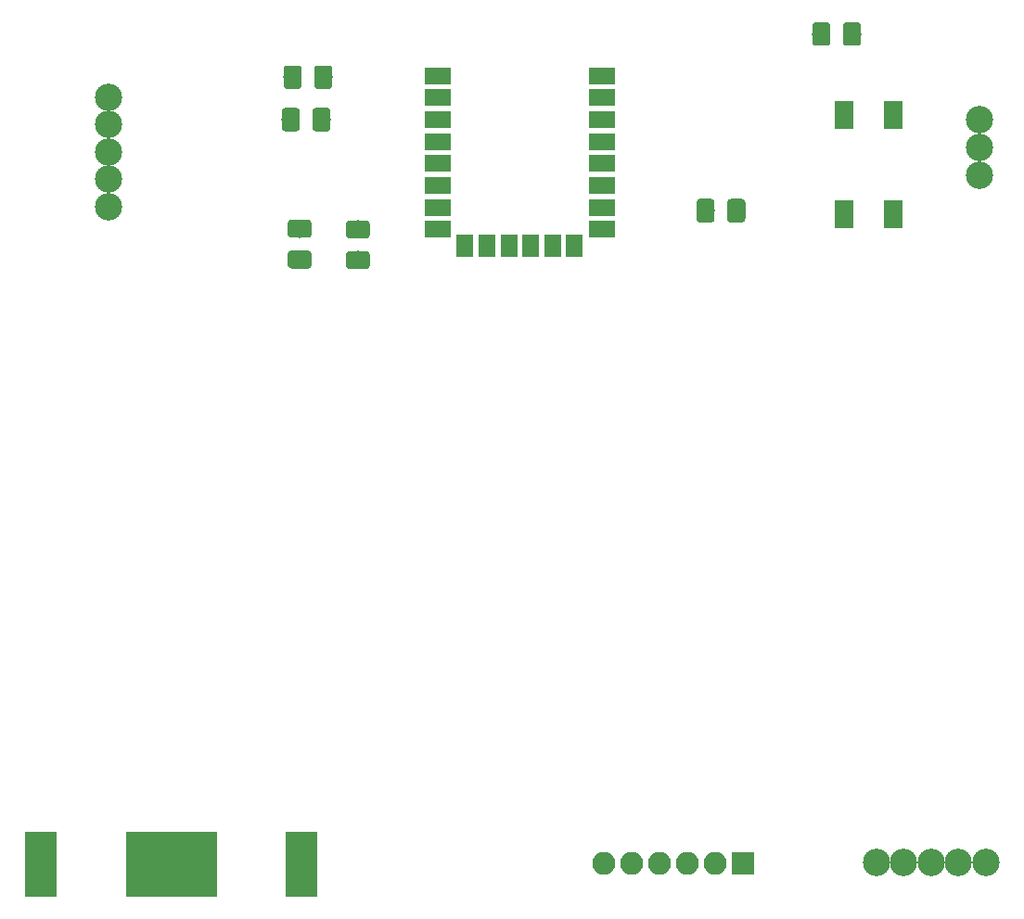
<source format=gbr>
G04 #@! TF.GenerationSoftware,KiCad,Pcbnew,(5.1.2)-1*
G04 #@! TF.CreationDate,2019-07-17T08:56:34-05:00*
G04 #@! TF.ProjectId,8266-dev,38323636-2d64-4657-962e-6b696361645f,rev?*
G04 #@! TF.SameCoordinates,Original*
G04 #@! TF.FileFunction,Soldermask,Top*
G04 #@! TF.FilePolarity,Negative*
%FSLAX46Y46*%
G04 Gerber Fmt 4.6, Leading zero omitted, Abs format (unit mm)*
G04 Created by KiCad (PCBNEW (5.1.2)-1) date 2019-07-17 08:56:34*
%MOMM*%
%LPD*%
G04 APERTURE LIST*
%ADD10R,8.400000X5.960000*%
%ADD11R,3.000000X5.960000*%
%ADD12C,0.100000*%
%ADD13C,1.650000*%
%ADD14R,1.800000X2.500000*%
%ADD15R,2.400000X1.600000*%
%ADD16R,1.500000X2.100000*%
%ADD17C,2.500000*%
%ADD18R,2.100000X2.100000*%
%ADD19O,2.100000X2.100000*%
G04 APERTURE END LIST*
D10*
X101168200Y-127170180D03*
D11*
X113073200Y-127170180D03*
X89263200Y-127170180D03*
D12*
G36*
X113667646Y-68310309D02*
G01*
X113699680Y-68315061D01*
X113731094Y-68322930D01*
X113761586Y-68333840D01*
X113790861Y-68347686D01*
X113818638Y-68364335D01*
X113844650Y-68383627D01*
X113868645Y-68405375D01*
X113890393Y-68429370D01*
X113909685Y-68455382D01*
X113926334Y-68483159D01*
X113940180Y-68512434D01*
X113951090Y-68542926D01*
X113958959Y-68574340D01*
X113963711Y-68606374D01*
X113965300Y-68638720D01*
X113965300Y-69628720D01*
X113963711Y-69661066D01*
X113958959Y-69693100D01*
X113951090Y-69724514D01*
X113940180Y-69755006D01*
X113926334Y-69784281D01*
X113909685Y-69812058D01*
X113890393Y-69838070D01*
X113868645Y-69862065D01*
X113844650Y-69883813D01*
X113818638Y-69903105D01*
X113790861Y-69919754D01*
X113761586Y-69933600D01*
X113731094Y-69944510D01*
X113699680Y-69952379D01*
X113667646Y-69957131D01*
X113635300Y-69958720D01*
X112145300Y-69958720D01*
X112112954Y-69957131D01*
X112080920Y-69952379D01*
X112049506Y-69944510D01*
X112019014Y-69933600D01*
X111989739Y-69919754D01*
X111961962Y-69903105D01*
X111935950Y-69883813D01*
X111911955Y-69862065D01*
X111890207Y-69838070D01*
X111870915Y-69812058D01*
X111854266Y-69784281D01*
X111840420Y-69755006D01*
X111829510Y-69724514D01*
X111821641Y-69693100D01*
X111816889Y-69661066D01*
X111815300Y-69628720D01*
X111815300Y-68638720D01*
X111816889Y-68606374D01*
X111821641Y-68574340D01*
X111829510Y-68542926D01*
X111840420Y-68512434D01*
X111854266Y-68483159D01*
X111870915Y-68455382D01*
X111890207Y-68429370D01*
X111911955Y-68405375D01*
X111935950Y-68383627D01*
X111961962Y-68364335D01*
X111989739Y-68347686D01*
X112019014Y-68333840D01*
X112049506Y-68322930D01*
X112080920Y-68315061D01*
X112112954Y-68310309D01*
X112145300Y-68308720D01*
X113635300Y-68308720D01*
X113667646Y-68310309D01*
X113667646Y-68310309D01*
G37*
D13*
X112890300Y-69133720D03*
D12*
G36*
X113667646Y-71110309D02*
G01*
X113699680Y-71115061D01*
X113731094Y-71122930D01*
X113761586Y-71133840D01*
X113790861Y-71147686D01*
X113818638Y-71164335D01*
X113844650Y-71183627D01*
X113868645Y-71205375D01*
X113890393Y-71229370D01*
X113909685Y-71255382D01*
X113926334Y-71283159D01*
X113940180Y-71312434D01*
X113951090Y-71342926D01*
X113958959Y-71374340D01*
X113963711Y-71406374D01*
X113965300Y-71438720D01*
X113965300Y-72428720D01*
X113963711Y-72461066D01*
X113958959Y-72493100D01*
X113951090Y-72524514D01*
X113940180Y-72555006D01*
X113926334Y-72584281D01*
X113909685Y-72612058D01*
X113890393Y-72638070D01*
X113868645Y-72662065D01*
X113844650Y-72683813D01*
X113818638Y-72703105D01*
X113790861Y-72719754D01*
X113761586Y-72733600D01*
X113731094Y-72744510D01*
X113699680Y-72752379D01*
X113667646Y-72757131D01*
X113635300Y-72758720D01*
X112145300Y-72758720D01*
X112112954Y-72757131D01*
X112080920Y-72752379D01*
X112049506Y-72744510D01*
X112019014Y-72733600D01*
X111989739Y-72719754D01*
X111961962Y-72703105D01*
X111935950Y-72683813D01*
X111911955Y-72662065D01*
X111890207Y-72638070D01*
X111870915Y-72612058D01*
X111854266Y-72584281D01*
X111840420Y-72555006D01*
X111829510Y-72524514D01*
X111821641Y-72493100D01*
X111816889Y-72461066D01*
X111815300Y-72428720D01*
X111815300Y-71438720D01*
X111816889Y-71406374D01*
X111821641Y-71374340D01*
X111829510Y-71342926D01*
X111840420Y-71312434D01*
X111854266Y-71283159D01*
X111870915Y-71255382D01*
X111890207Y-71229370D01*
X111911955Y-71205375D01*
X111935950Y-71183627D01*
X111961962Y-71164335D01*
X111989739Y-71147686D01*
X112019014Y-71133840D01*
X112049506Y-71122930D01*
X112080920Y-71115061D01*
X112112954Y-71110309D01*
X112145300Y-71108720D01*
X113635300Y-71108720D01*
X113667646Y-71110309D01*
X113667646Y-71110309D01*
G37*
D13*
X112890300Y-71933720D03*
D12*
G36*
X115574106Y-54214769D02*
G01*
X115606140Y-54219521D01*
X115637554Y-54227390D01*
X115668046Y-54238300D01*
X115697321Y-54252146D01*
X115725098Y-54268795D01*
X115751110Y-54288087D01*
X115775105Y-54309835D01*
X115796853Y-54333830D01*
X115816145Y-54359842D01*
X115832794Y-54387619D01*
X115846640Y-54416894D01*
X115857550Y-54447386D01*
X115865419Y-54478800D01*
X115870171Y-54510834D01*
X115871760Y-54543180D01*
X115871760Y-56033180D01*
X115870171Y-56065526D01*
X115865419Y-56097560D01*
X115857550Y-56128974D01*
X115846640Y-56159466D01*
X115832794Y-56188741D01*
X115816145Y-56216518D01*
X115796853Y-56242530D01*
X115775105Y-56266525D01*
X115751110Y-56288273D01*
X115725098Y-56307565D01*
X115697321Y-56324214D01*
X115668046Y-56338060D01*
X115637554Y-56348970D01*
X115606140Y-56356839D01*
X115574106Y-56361591D01*
X115541760Y-56363180D01*
X114551760Y-56363180D01*
X114519414Y-56361591D01*
X114487380Y-56356839D01*
X114455966Y-56348970D01*
X114425474Y-56338060D01*
X114396199Y-56324214D01*
X114368422Y-56307565D01*
X114342410Y-56288273D01*
X114318415Y-56266525D01*
X114296667Y-56242530D01*
X114277375Y-56216518D01*
X114260726Y-56188741D01*
X114246880Y-56159466D01*
X114235970Y-56128974D01*
X114228101Y-56097560D01*
X114223349Y-56065526D01*
X114221760Y-56033180D01*
X114221760Y-54543180D01*
X114223349Y-54510834D01*
X114228101Y-54478800D01*
X114235970Y-54447386D01*
X114246880Y-54416894D01*
X114260726Y-54387619D01*
X114277375Y-54359842D01*
X114296667Y-54333830D01*
X114318415Y-54309835D01*
X114342410Y-54288087D01*
X114368422Y-54268795D01*
X114396199Y-54252146D01*
X114425474Y-54238300D01*
X114455966Y-54227390D01*
X114487380Y-54219521D01*
X114519414Y-54214769D01*
X114551760Y-54213180D01*
X115541760Y-54213180D01*
X115574106Y-54214769D01*
X115574106Y-54214769D01*
G37*
D13*
X115046760Y-55288180D03*
D12*
G36*
X112774106Y-54214769D02*
G01*
X112806140Y-54219521D01*
X112837554Y-54227390D01*
X112868046Y-54238300D01*
X112897321Y-54252146D01*
X112925098Y-54268795D01*
X112951110Y-54288087D01*
X112975105Y-54309835D01*
X112996853Y-54333830D01*
X113016145Y-54359842D01*
X113032794Y-54387619D01*
X113046640Y-54416894D01*
X113057550Y-54447386D01*
X113065419Y-54478800D01*
X113070171Y-54510834D01*
X113071760Y-54543180D01*
X113071760Y-56033180D01*
X113070171Y-56065526D01*
X113065419Y-56097560D01*
X113057550Y-56128974D01*
X113046640Y-56159466D01*
X113032794Y-56188741D01*
X113016145Y-56216518D01*
X112996853Y-56242530D01*
X112975105Y-56266525D01*
X112951110Y-56288273D01*
X112925098Y-56307565D01*
X112897321Y-56324214D01*
X112868046Y-56338060D01*
X112837554Y-56348970D01*
X112806140Y-56356839D01*
X112774106Y-56361591D01*
X112741760Y-56363180D01*
X111751760Y-56363180D01*
X111719414Y-56361591D01*
X111687380Y-56356839D01*
X111655966Y-56348970D01*
X111625474Y-56338060D01*
X111596199Y-56324214D01*
X111568422Y-56307565D01*
X111542410Y-56288273D01*
X111518415Y-56266525D01*
X111496667Y-56242530D01*
X111477375Y-56216518D01*
X111460726Y-56188741D01*
X111446880Y-56159466D01*
X111435970Y-56128974D01*
X111428101Y-56097560D01*
X111423349Y-56065526D01*
X111421760Y-56033180D01*
X111421760Y-54543180D01*
X111423349Y-54510834D01*
X111428101Y-54478800D01*
X111435970Y-54447386D01*
X111446880Y-54416894D01*
X111460726Y-54387619D01*
X111477375Y-54359842D01*
X111496667Y-54333830D01*
X111518415Y-54309835D01*
X111542410Y-54288087D01*
X111568422Y-54268795D01*
X111596199Y-54252146D01*
X111625474Y-54238300D01*
X111655966Y-54227390D01*
X111687380Y-54219521D01*
X111719414Y-54214769D01*
X111751760Y-54213180D01*
X112741760Y-54213180D01*
X112774106Y-54214769D01*
X112774106Y-54214769D01*
G37*
D13*
X112246760Y-55288180D03*
D12*
G36*
X112606466Y-58088269D02*
G01*
X112638500Y-58093021D01*
X112669914Y-58100890D01*
X112700406Y-58111800D01*
X112729681Y-58125646D01*
X112757458Y-58142295D01*
X112783470Y-58161587D01*
X112807465Y-58183335D01*
X112829213Y-58207330D01*
X112848505Y-58233342D01*
X112865154Y-58261119D01*
X112879000Y-58290394D01*
X112889910Y-58320886D01*
X112897779Y-58352300D01*
X112902531Y-58384334D01*
X112904120Y-58416680D01*
X112904120Y-59906680D01*
X112902531Y-59939026D01*
X112897779Y-59971060D01*
X112889910Y-60002474D01*
X112879000Y-60032966D01*
X112865154Y-60062241D01*
X112848505Y-60090018D01*
X112829213Y-60116030D01*
X112807465Y-60140025D01*
X112783470Y-60161773D01*
X112757458Y-60181065D01*
X112729681Y-60197714D01*
X112700406Y-60211560D01*
X112669914Y-60222470D01*
X112638500Y-60230339D01*
X112606466Y-60235091D01*
X112574120Y-60236680D01*
X111584120Y-60236680D01*
X111551774Y-60235091D01*
X111519740Y-60230339D01*
X111488326Y-60222470D01*
X111457834Y-60211560D01*
X111428559Y-60197714D01*
X111400782Y-60181065D01*
X111374770Y-60161773D01*
X111350775Y-60140025D01*
X111329027Y-60116030D01*
X111309735Y-60090018D01*
X111293086Y-60062241D01*
X111279240Y-60032966D01*
X111268330Y-60002474D01*
X111260461Y-59971060D01*
X111255709Y-59939026D01*
X111254120Y-59906680D01*
X111254120Y-58416680D01*
X111255709Y-58384334D01*
X111260461Y-58352300D01*
X111268330Y-58320886D01*
X111279240Y-58290394D01*
X111293086Y-58261119D01*
X111309735Y-58233342D01*
X111329027Y-58207330D01*
X111350775Y-58183335D01*
X111374770Y-58161587D01*
X111400782Y-58142295D01*
X111428559Y-58125646D01*
X111457834Y-58111800D01*
X111488326Y-58100890D01*
X111519740Y-58093021D01*
X111551774Y-58088269D01*
X111584120Y-58086680D01*
X112574120Y-58086680D01*
X112606466Y-58088269D01*
X112606466Y-58088269D01*
G37*
D13*
X112079120Y-59161680D03*
D12*
G36*
X115406466Y-58088269D02*
G01*
X115438500Y-58093021D01*
X115469914Y-58100890D01*
X115500406Y-58111800D01*
X115529681Y-58125646D01*
X115557458Y-58142295D01*
X115583470Y-58161587D01*
X115607465Y-58183335D01*
X115629213Y-58207330D01*
X115648505Y-58233342D01*
X115665154Y-58261119D01*
X115679000Y-58290394D01*
X115689910Y-58320886D01*
X115697779Y-58352300D01*
X115702531Y-58384334D01*
X115704120Y-58416680D01*
X115704120Y-59906680D01*
X115702531Y-59939026D01*
X115697779Y-59971060D01*
X115689910Y-60002474D01*
X115679000Y-60032966D01*
X115665154Y-60062241D01*
X115648505Y-60090018D01*
X115629213Y-60116030D01*
X115607465Y-60140025D01*
X115583470Y-60161773D01*
X115557458Y-60181065D01*
X115529681Y-60197714D01*
X115500406Y-60211560D01*
X115469914Y-60222470D01*
X115438500Y-60230339D01*
X115406466Y-60235091D01*
X115374120Y-60236680D01*
X114384120Y-60236680D01*
X114351774Y-60235091D01*
X114319740Y-60230339D01*
X114288326Y-60222470D01*
X114257834Y-60211560D01*
X114228559Y-60197714D01*
X114200782Y-60181065D01*
X114174770Y-60161773D01*
X114150775Y-60140025D01*
X114129027Y-60116030D01*
X114109735Y-60090018D01*
X114093086Y-60062241D01*
X114079240Y-60032966D01*
X114068330Y-60002474D01*
X114060461Y-59971060D01*
X114055709Y-59939026D01*
X114054120Y-59906680D01*
X114054120Y-58416680D01*
X114055709Y-58384334D01*
X114060461Y-58352300D01*
X114068330Y-58320886D01*
X114079240Y-58290394D01*
X114093086Y-58261119D01*
X114109735Y-58233342D01*
X114129027Y-58207330D01*
X114150775Y-58183335D01*
X114174770Y-58161587D01*
X114200782Y-58142295D01*
X114228559Y-58125646D01*
X114257834Y-58111800D01*
X114288326Y-58100890D01*
X114319740Y-58093021D01*
X114351774Y-58088269D01*
X114384120Y-58086680D01*
X115374120Y-58086680D01*
X115406466Y-58088269D01*
X115406466Y-58088269D01*
G37*
D13*
X114879120Y-59161680D03*
D12*
G36*
X163836646Y-50285389D02*
G01*
X163868680Y-50290141D01*
X163900094Y-50298010D01*
X163930586Y-50308920D01*
X163959861Y-50322766D01*
X163987638Y-50339415D01*
X164013650Y-50358707D01*
X164037645Y-50380455D01*
X164059393Y-50404450D01*
X164078685Y-50430462D01*
X164095334Y-50458239D01*
X164109180Y-50487514D01*
X164120090Y-50518006D01*
X164127959Y-50549420D01*
X164132711Y-50581454D01*
X164134300Y-50613800D01*
X164134300Y-52103800D01*
X164132711Y-52136146D01*
X164127959Y-52168180D01*
X164120090Y-52199594D01*
X164109180Y-52230086D01*
X164095334Y-52259361D01*
X164078685Y-52287138D01*
X164059393Y-52313150D01*
X164037645Y-52337145D01*
X164013650Y-52358893D01*
X163987638Y-52378185D01*
X163959861Y-52394834D01*
X163930586Y-52408680D01*
X163900094Y-52419590D01*
X163868680Y-52427459D01*
X163836646Y-52432211D01*
X163804300Y-52433800D01*
X162814300Y-52433800D01*
X162781954Y-52432211D01*
X162749920Y-52427459D01*
X162718506Y-52419590D01*
X162688014Y-52408680D01*
X162658739Y-52394834D01*
X162630962Y-52378185D01*
X162604950Y-52358893D01*
X162580955Y-52337145D01*
X162559207Y-52313150D01*
X162539915Y-52287138D01*
X162523266Y-52259361D01*
X162509420Y-52230086D01*
X162498510Y-52199594D01*
X162490641Y-52168180D01*
X162485889Y-52136146D01*
X162484300Y-52103800D01*
X162484300Y-50613800D01*
X162485889Y-50581454D01*
X162490641Y-50549420D01*
X162498510Y-50518006D01*
X162509420Y-50487514D01*
X162523266Y-50458239D01*
X162539915Y-50430462D01*
X162559207Y-50404450D01*
X162580955Y-50380455D01*
X162604950Y-50358707D01*
X162630962Y-50339415D01*
X162658739Y-50322766D01*
X162688014Y-50308920D01*
X162718506Y-50298010D01*
X162749920Y-50290141D01*
X162781954Y-50285389D01*
X162814300Y-50283800D01*
X163804300Y-50283800D01*
X163836646Y-50285389D01*
X163836646Y-50285389D01*
G37*
D13*
X163309300Y-51358800D03*
D12*
G36*
X161036646Y-50285389D02*
G01*
X161068680Y-50290141D01*
X161100094Y-50298010D01*
X161130586Y-50308920D01*
X161159861Y-50322766D01*
X161187638Y-50339415D01*
X161213650Y-50358707D01*
X161237645Y-50380455D01*
X161259393Y-50404450D01*
X161278685Y-50430462D01*
X161295334Y-50458239D01*
X161309180Y-50487514D01*
X161320090Y-50518006D01*
X161327959Y-50549420D01*
X161332711Y-50581454D01*
X161334300Y-50613800D01*
X161334300Y-52103800D01*
X161332711Y-52136146D01*
X161327959Y-52168180D01*
X161320090Y-52199594D01*
X161309180Y-52230086D01*
X161295334Y-52259361D01*
X161278685Y-52287138D01*
X161259393Y-52313150D01*
X161237645Y-52337145D01*
X161213650Y-52358893D01*
X161187638Y-52378185D01*
X161159861Y-52394834D01*
X161130586Y-52408680D01*
X161100094Y-52419590D01*
X161068680Y-52427459D01*
X161036646Y-52432211D01*
X161004300Y-52433800D01*
X160014300Y-52433800D01*
X159981954Y-52432211D01*
X159949920Y-52427459D01*
X159918506Y-52419590D01*
X159888014Y-52408680D01*
X159858739Y-52394834D01*
X159830962Y-52378185D01*
X159804950Y-52358893D01*
X159780955Y-52337145D01*
X159759207Y-52313150D01*
X159739915Y-52287138D01*
X159723266Y-52259361D01*
X159709420Y-52230086D01*
X159698510Y-52199594D01*
X159690641Y-52168180D01*
X159685889Y-52136146D01*
X159684300Y-52103800D01*
X159684300Y-50613800D01*
X159685889Y-50581454D01*
X159690641Y-50549420D01*
X159698510Y-50518006D01*
X159709420Y-50487514D01*
X159723266Y-50458239D01*
X159739915Y-50430462D01*
X159759207Y-50404450D01*
X159780955Y-50380455D01*
X159804950Y-50358707D01*
X159830962Y-50339415D01*
X159858739Y-50322766D01*
X159888014Y-50308920D01*
X159918506Y-50298010D01*
X159949920Y-50290141D01*
X159981954Y-50285389D01*
X160014300Y-50283800D01*
X161004300Y-50283800D01*
X161036646Y-50285389D01*
X161036646Y-50285389D01*
G37*
D13*
X160509300Y-51358800D03*
D12*
G36*
X153270706Y-66401689D02*
G01*
X153302740Y-66406441D01*
X153334154Y-66414310D01*
X153364646Y-66425220D01*
X153393921Y-66439066D01*
X153421698Y-66455715D01*
X153447710Y-66475007D01*
X153471705Y-66496755D01*
X153493453Y-66520750D01*
X153512745Y-66546762D01*
X153529394Y-66574539D01*
X153543240Y-66603814D01*
X153554150Y-66634306D01*
X153562019Y-66665720D01*
X153566771Y-66697754D01*
X153568360Y-66730100D01*
X153568360Y-68220100D01*
X153566771Y-68252446D01*
X153562019Y-68284480D01*
X153554150Y-68315894D01*
X153543240Y-68346386D01*
X153529394Y-68375661D01*
X153512745Y-68403438D01*
X153493453Y-68429450D01*
X153471705Y-68453445D01*
X153447710Y-68475193D01*
X153421698Y-68494485D01*
X153393921Y-68511134D01*
X153364646Y-68524980D01*
X153334154Y-68535890D01*
X153302740Y-68543759D01*
X153270706Y-68548511D01*
X153238360Y-68550100D01*
X152248360Y-68550100D01*
X152216014Y-68548511D01*
X152183980Y-68543759D01*
X152152566Y-68535890D01*
X152122074Y-68524980D01*
X152092799Y-68511134D01*
X152065022Y-68494485D01*
X152039010Y-68475193D01*
X152015015Y-68453445D01*
X151993267Y-68429450D01*
X151973975Y-68403438D01*
X151957326Y-68375661D01*
X151943480Y-68346386D01*
X151932570Y-68315894D01*
X151924701Y-68284480D01*
X151919949Y-68252446D01*
X151918360Y-68220100D01*
X151918360Y-66730100D01*
X151919949Y-66697754D01*
X151924701Y-66665720D01*
X151932570Y-66634306D01*
X151943480Y-66603814D01*
X151957326Y-66574539D01*
X151973975Y-66546762D01*
X151993267Y-66520750D01*
X152015015Y-66496755D01*
X152039010Y-66475007D01*
X152065022Y-66455715D01*
X152092799Y-66439066D01*
X152122074Y-66425220D01*
X152152566Y-66414310D01*
X152183980Y-66406441D01*
X152216014Y-66401689D01*
X152248360Y-66400100D01*
X153238360Y-66400100D01*
X153270706Y-66401689D01*
X153270706Y-66401689D01*
G37*
D13*
X152743360Y-67475100D03*
D12*
G36*
X150470706Y-66401689D02*
G01*
X150502740Y-66406441D01*
X150534154Y-66414310D01*
X150564646Y-66425220D01*
X150593921Y-66439066D01*
X150621698Y-66455715D01*
X150647710Y-66475007D01*
X150671705Y-66496755D01*
X150693453Y-66520750D01*
X150712745Y-66546762D01*
X150729394Y-66574539D01*
X150743240Y-66603814D01*
X150754150Y-66634306D01*
X150762019Y-66665720D01*
X150766771Y-66697754D01*
X150768360Y-66730100D01*
X150768360Y-68220100D01*
X150766771Y-68252446D01*
X150762019Y-68284480D01*
X150754150Y-68315894D01*
X150743240Y-68346386D01*
X150729394Y-68375661D01*
X150712745Y-68403438D01*
X150693453Y-68429450D01*
X150671705Y-68453445D01*
X150647710Y-68475193D01*
X150621698Y-68494485D01*
X150593921Y-68511134D01*
X150564646Y-68524980D01*
X150534154Y-68535890D01*
X150502740Y-68543759D01*
X150470706Y-68548511D01*
X150438360Y-68550100D01*
X149448360Y-68550100D01*
X149416014Y-68548511D01*
X149383980Y-68543759D01*
X149352566Y-68535890D01*
X149322074Y-68524980D01*
X149292799Y-68511134D01*
X149265022Y-68494485D01*
X149239010Y-68475193D01*
X149215015Y-68453445D01*
X149193267Y-68429450D01*
X149173975Y-68403438D01*
X149157326Y-68375661D01*
X149143480Y-68346386D01*
X149132570Y-68315894D01*
X149124701Y-68284480D01*
X149119949Y-68252446D01*
X149118360Y-68220100D01*
X149118360Y-66730100D01*
X149119949Y-66697754D01*
X149124701Y-66665720D01*
X149132570Y-66634306D01*
X149143480Y-66603814D01*
X149157326Y-66574539D01*
X149173975Y-66546762D01*
X149193267Y-66520750D01*
X149215015Y-66496755D01*
X149239010Y-66475007D01*
X149265022Y-66455715D01*
X149292799Y-66439066D01*
X149322074Y-66425220D01*
X149352566Y-66414310D01*
X149383980Y-66406441D01*
X149416014Y-66401689D01*
X149448360Y-66400100D01*
X150438360Y-66400100D01*
X150470706Y-66401689D01*
X150470706Y-66401689D01*
G37*
D13*
X149943360Y-67475100D03*
D14*
X167055360Y-67813780D03*
X162555360Y-67813780D03*
X162555360Y-58713780D03*
X167055360Y-58713780D03*
D15*
X125486780Y-55171580D03*
X125486780Y-57171580D03*
X125486780Y-59171580D03*
X125486780Y-61171580D03*
X125486780Y-63171580D03*
X125486780Y-65171580D03*
X125486780Y-67171580D03*
X125486780Y-69171580D03*
X140486780Y-69171580D03*
X140486780Y-67171580D03*
X140486780Y-65171580D03*
X140486780Y-63171580D03*
X140486780Y-61171580D03*
X140486780Y-59171580D03*
X140486780Y-57171580D03*
X140486780Y-55171580D03*
D16*
X127986780Y-70671580D03*
X129986780Y-70671580D03*
X131986780Y-70671580D03*
X133986780Y-70671580D03*
X135986780Y-70671580D03*
X137986780Y-70671580D03*
D17*
X165511480Y-126949200D03*
X168011480Y-126949200D03*
X170511480Y-126949200D03*
X173011480Y-126949200D03*
X175511480Y-126949200D03*
X95417640Y-57104280D03*
X95417640Y-59604280D03*
X95417640Y-62104280D03*
X95417640Y-64604280D03*
X95417640Y-67104280D03*
D18*
X153324560Y-127050800D03*
D19*
X150784560Y-127050800D03*
X148244560Y-127050800D03*
X145704560Y-127050800D03*
X143164560Y-127050800D03*
X140624560Y-127050800D03*
D17*
X174919640Y-59194700D03*
X174919640Y-61734700D03*
X174919640Y-64274700D03*
D12*
G36*
X118983866Y-68355569D02*
G01*
X119015900Y-68360321D01*
X119047314Y-68368190D01*
X119077806Y-68379100D01*
X119107081Y-68392946D01*
X119134858Y-68409595D01*
X119160870Y-68428887D01*
X119184865Y-68450635D01*
X119206613Y-68474630D01*
X119225905Y-68500642D01*
X119242554Y-68528419D01*
X119256400Y-68557694D01*
X119267310Y-68588186D01*
X119275179Y-68619600D01*
X119279931Y-68651634D01*
X119281520Y-68683980D01*
X119281520Y-69673980D01*
X119279931Y-69706326D01*
X119275179Y-69738360D01*
X119267310Y-69769774D01*
X119256400Y-69800266D01*
X119242554Y-69829541D01*
X119225905Y-69857318D01*
X119206613Y-69883330D01*
X119184865Y-69907325D01*
X119160870Y-69929073D01*
X119134858Y-69948365D01*
X119107081Y-69965014D01*
X119077806Y-69978860D01*
X119047314Y-69989770D01*
X119015900Y-69997639D01*
X118983866Y-70002391D01*
X118951520Y-70003980D01*
X117461520Y-70003980D01*
X117429174Y-70002391D01*
X117397140Y-69997639D01*
X117365726Y-69989770D01*
X117335234Y-69978860D01*
X117305959Y-69965014D01*
X117278182Y-69948365D01*
X117252170Y-69929073D01*
X117228175Y-69907325D01*
X117206427Y-69883330D01*
X117187135Y-69857318D01*
X117170486Y-69829541D01*
X117156640Y-69800266D01*
X117145730Y-69769774D01*
X117137861Y-69738360D01*
X117133109Y-69706326D01*
X117131520Y-69673980D01*
X117131520Y-68683980D01*
X117133109Y-68651634D01*
X117137861Y-68619600D01*
X117145730Y-68588186D01*
X117156640Y-68557694D01*
X117170486Y-68528419D01*
X117187135Y-68500642D01*
X117206427Y-68474630D01*
X117228175Y-68450635D01*
X117252170Y-68428887D01*
X117278182Y-68409595D01*
X117305959Y-68392946D01*
X117335234Y-68379100D01*
X117365726Y-68368190D01*
X117397140Y-68360321D01*
X117429174Y-68355569D01*
X117461520Y-68353980D01*
X118951520Y-68353980D01*
X118983866Y-68355569D01*
X118983866Y-68355569D01*
G37*
D13*
X118206520Y-69178980D03*
D12*
G36*
X118983866Y-71155569D02*
G01*
X119015900Y-71160321D01*
X119047314Y-71168190D01*
X119077806Y-71179100D01*
X119107081Y-71192946D01*
X119134858Y-71209595D01*
X119160870Y-71228887D01*
X119184865Y-71250635D01*
X119206613Y-71274630D01*
X119225905Y-71300642D01*
X119242554Y-71328419D01*
X119256400Y-71357694D01*
X119267310Y-71388186D01*
X119275179Y-71419600D01*
X119279931Y-71451634D01*
X119281520Y-71483980D01*
X119281520Y-72473980D01*
X119279931Y-72506326D01*
X119275179Y-72538360D01*
X119267310Y-72569774D01*
X119256400Y-72600266D01*
X119242554Y-72629541D01*
X119225905Y-72657318D01*
X119206613Y-72683330D01*
X119184865Y-72707325D01*
X119160870Y-72729073D01*
X119134858Y-72748365D01*
X119107081Y-72765014D01*
X119077806Y-72778860D01*
X119047314Y-72789770D01*
X119015900Y-72797639D01*
X118983866Y-72802391D01*
X118951520Y-72803980D01*
X117461520Y-72803980D01*
X117429174Y-72802391D01*
X117397140Y-72797639D01*
X117365726Y-72789770D01*
X117335234Y-72778860D01*
X117305959Y-72765014D01*
X117278182Y-72748365D01*
X117252170Y-72729073D01*
X117228175Y-72707325D01*
X117206427Y-72683330D01*
X117187135Y-72657318D01*
X117170486Y-72629541D01*
X117156640Y-72600266D01*
X117145730Y-72569774D01*
X117137861Y-72538360D01*
X117133109Y-72506326D01*
X117131520Y-72473980D01*
X117131520Y-71483980D01*
X117133109Y-71451634D01*
X117137861Y-71419600D01*
X117145730Y-71388186D01*
X117156640Y-71357694D01*
X117170486Y-71328419D01*
X117187135Y-71300642D01*
X117206427Y-71274630D01*
X117228175Y-71250635D01*
X117252170Y-71228887D01*
X117278182Y-71209595D01*
X117305959Y-71192946D01*
X117335234Y-71179100D01*
X117365726Y-71168190D01*
X117397140Y-71160321D01*
X117429174Y-71155569D01*
X117461520Y-71153980D01*
X118951520Y-71153980D01*
X118983866Y-71155569D01*
X118983866Y-71155569D01*
G37*
D13*
X118206520Y-71978980D03*
M02*

</source>
